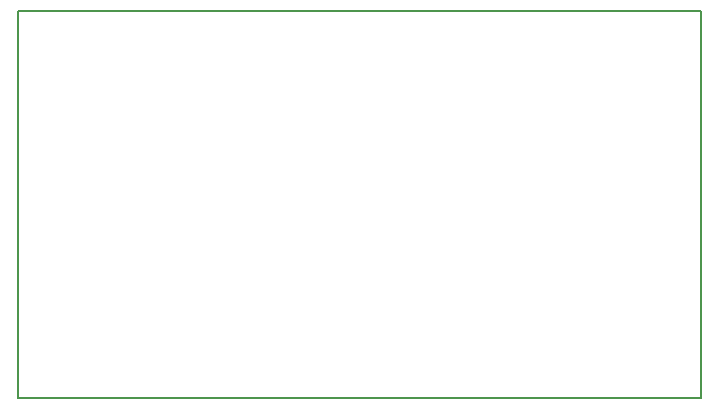
<source format=gm1>
G04 MADE WITH FRITZING*
G04 WWW.FRITZING.ORG*
G04 DOUBLE SIDED*
G04 HOLES PLATED*
G04 CONTOUR ON CENTER OF CONTOUR VECTOR*
%ASAXBY*%
%FSLAX23Y23*%
%MOIN*%
%OFA0B0*%
%SFA1.0B1.0*%
%ADD10R,2.283460X1.299210*%
%ADD11C,0.008000*%
%ADD10C,0.008*%
%LNCONTOUR*%
G90*
G70*
G54D10*
G54D11*
X4Y1295D02*
X2279Y1295D01*
X2279Y4D01*
X4Y4D01*
X4Y1295D01*
D02*
G04 End of contour*
M02*
</source>
